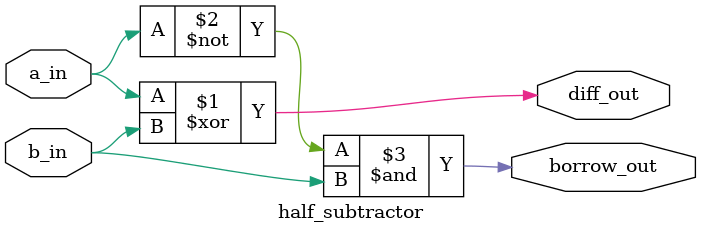
<source format=v>
module half_subtractor(input a_in , b_in, output diff_out, borrow_out);

assign diff_out = a_in ^ b_in;
assign borrow_out = (~a_in) & b_in;

endmodule
</source>
